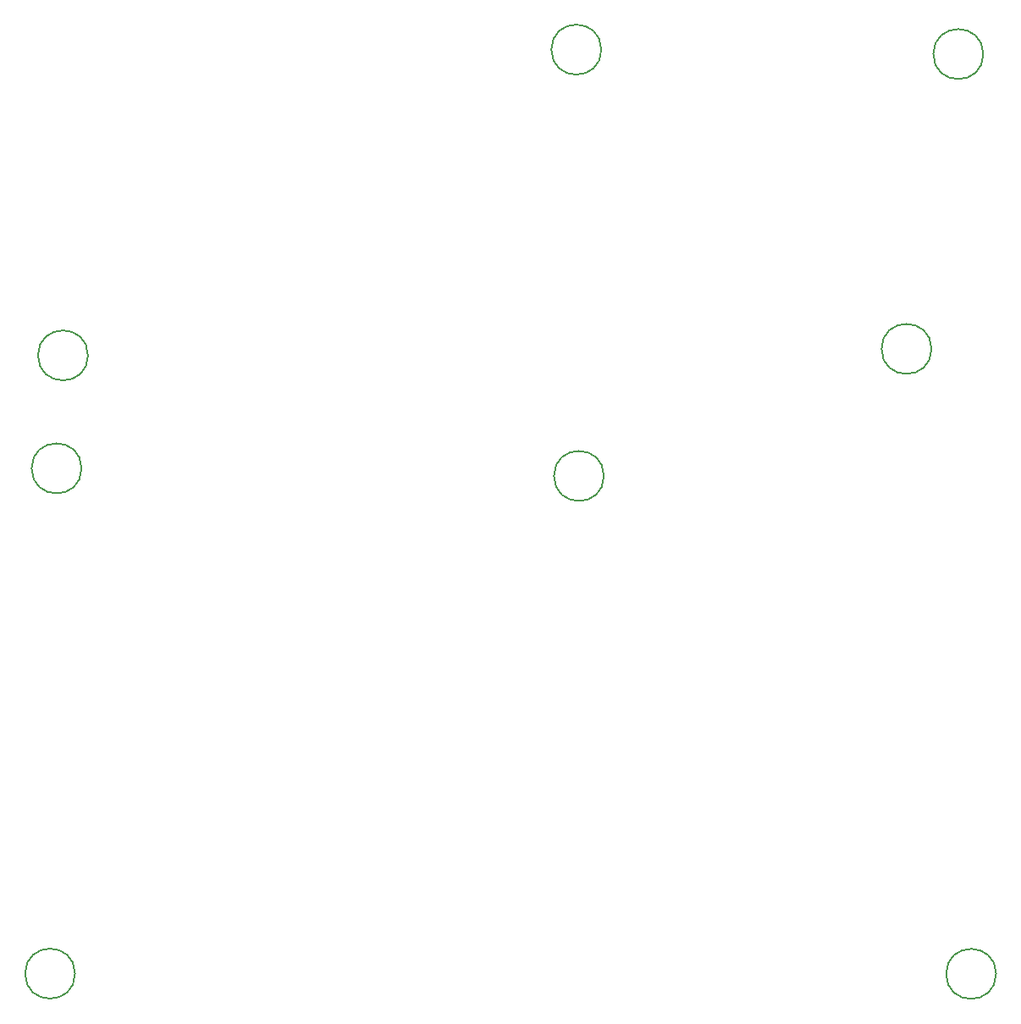
<source format=gbr>
G04 #@! TF.FileFunction,Other,Comment*
%FSLAX46Y46*%
G04 Gerber Fmt 4.6, Leading zero omitted, Abs format (unit mm)*
G04 Created by KiCad (PCBNEW 4.0.6) date 05/22/17 18:05:56*
%MOMM*%
%LPD*%
G01*
G04 APERTURE LIST*
%ADD10C,0.100000*%
%ADD11C,0.150000*%
G04 APERTURE END LIST*
D10*
D11*
X94190300Y-42468600D02*
G75*
G03X94190300Y-42468600I-2500000J0D01*
G01*
X132390300Y-42918600D02*
G75*
G03X132390300Y-42918600I-2500000J0D01*
G01*
X42850300Y-73038600D02*
G75*
G03X42850300Y-73038600I-2500000J0D01*
G01*
X41560300Y-134838600D02*
G75*
G03X41560300Y-134838600I-2500000J0D01*
G01*
X127210300Y-72388600D02*
G75*
G03X127210300Y-72388600I-2500000J0D01*
G01*
X94450300Y-85088600D02*
G75*
G03X94450300Y-85088600I-2500000J0D01*
G01*
X42210300Y-84328600D02*
G75*
G03X42210300Y-84328600I-2500000J0D01*
G01*
X133670300Y-134858600D02*
G75*
G03X133670300Y-134858600I-2500000J0D01*
G01*
M02*

</source>
